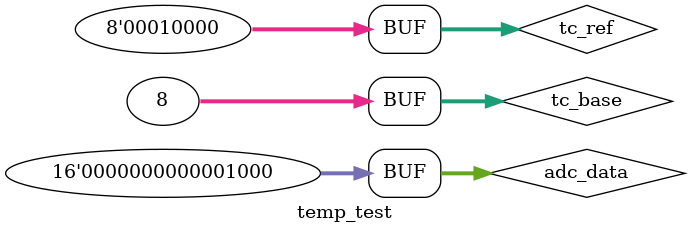
<source format=v>
`timescale 1ns / 1ps


module temp_test;

	// Inputs
	reg [31:0] tc_base;
	reg [7:0] tc_ref;
	reg [15:0] adc_data;

	// Outputs
	wire [31:0] tempc;
	wire [31:0] drd;

	// Instantiate the Unit Under Test (UUT)
	TemperatureCalculator uut (
		.tc_base(tc_base), 
		.tc_ref(tc_ref), 
		.adc_data(adc_data), 
		.tempc(tempc),
		.drd(drd)
	); 

	initial begin
		// Initialize Inputs
		tc_base = 32'b00000000000000000000000000001000;
		tc_ref = 32'b00000000000000000000000000010000;
		adc_data = 32'b00000000000000000000000000001000;

		// Wait 100 ns for global reset to finish
		#100;
         
		// Add stimulus here

	end
      
endmodule


</source>
